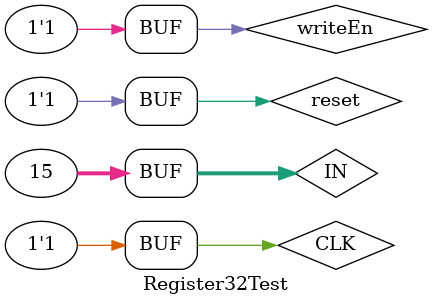
<source format=v>
`timescale 1ns / 1ps


module Register32Test;

	// Inputs
	reg CLK;
	reg reset;
	reg writeEn;
	reg [31:0] IN;

	// Outputs
	wire [31:0] OUT;

	// Instantiate the Unit Under Test (UUT)
	Register32 uut (
		.CLK(CLK), 
		.reset(reset), 
		.writeEn(writeEn),
		.IN(IN), 
		.OUT(OUT)
	);

	initial begin
		// Initialize Inputs
		CLK = 0;
		reset = 0;
		IN = 0;

		// Wait 100 ns for global reset to finish
		#100;
        
		// Add stimulus here
		
		CLK = 1;
		IN = 32'b11111;
		reset = 0;
		writeEn = 0;
		
		
		#50;		
		CLK = 0;
		
		#50;		
		CLK = 1;
		writeEn = 1;
		IN = 32'b10101;
		reset = 0;
		
		#50;		
		CLK = 0;
		IN = 32'b1;
		
		#50;		
		CLK = 1;
		writeEn = 0;
		IN = 32'b111101010100001;
		reset = 0;
		
		#50;		
		CLK = 0;
		
		#50;		
		CLK = 1;
		writeEn = 1;
		IN = 32'b110001010100011;
		reset = 0;
		
		#50;		
		CLK = 0;
		
		#50;		
		CLK = 1;
		writeEn = 0;
		IN = 32'b0;
		reset = 1;
		
		#50;		
		CLK = 0;
		
		#50;		
		CLK = 1;
		writeEn = 1;
		IN = 32'b1111;
		reset = 1;

	end
	
	initial begin
		$monitor("CLK:%b, reset:%b, writeEn:%b, in:%d, out:%d", CLK, reset, writeEn, IN, OUT);
	end
      
endmodule


</source>
